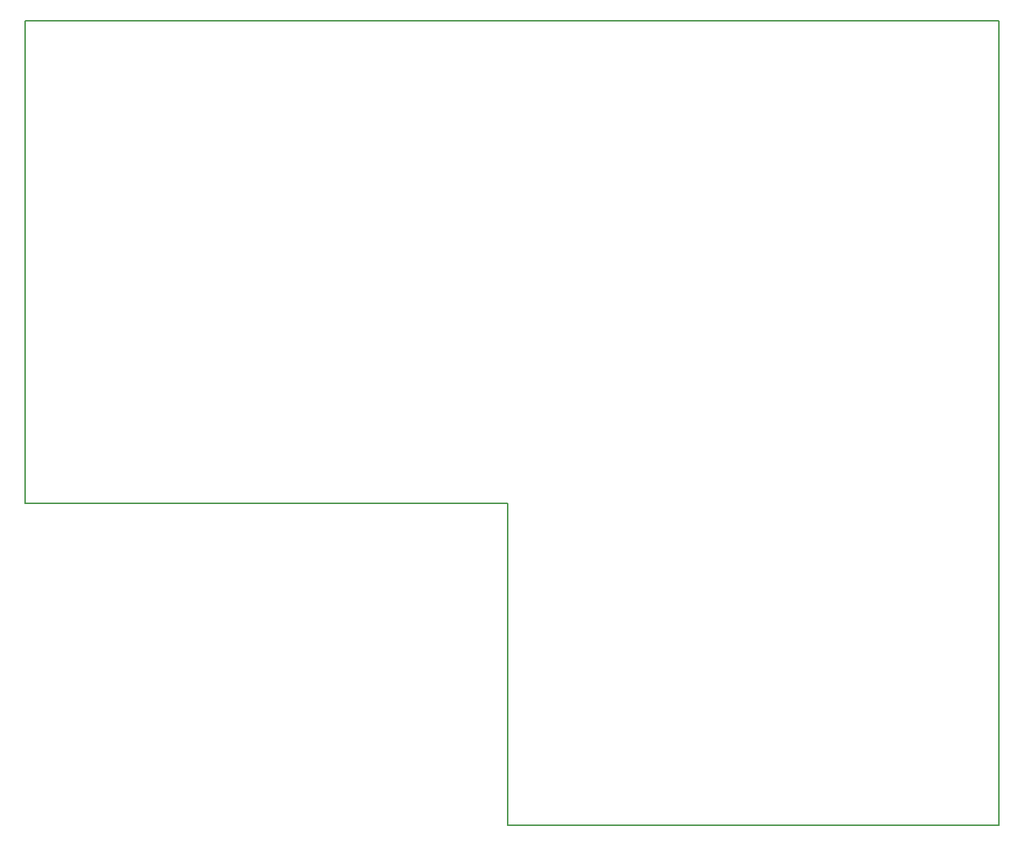
<source format=gbr>
%TF.GenerationSoftware,KiCad,Pcbnew,9.0.4*%
%TF.CreationDate,2025-09-30T09:24:18+02:00*%
%TF.ProjectId,left-finished,6c656674-2d66-4696-9e69-736865642e6b,v1.0.0*%
%TF.SameCoordinates,Original*%
%TF.FileFunction,Profile,NP*%
%FSLAX46Y46*%
G04 Gerber Fmt 4.6, Leading zero omitted, Abs format (unit mm)*
G04 Created by KiCad (PCBNEW 9.0.4) date 2025-09-30 09:24:18*
%MOMM*%
%LPD*%
G01*
G04 APERTURE LIST*
%TA.AperFunction,Profile*%
%ADD10C,0.150000*%
%TD*%
G04 APERTURE END LIST*
D10*
X147000000Y-159500000D02*
X205000000Y-159500000D01*
X205000000Y-159500000D02*
X205000000Y-64500000D01*
X147000000Y-121500000D02*
X147000000Y-159500000D01*
X90000000Y-64500000D02*
X205000000Y-64500000D01*
X90000000Y-121500000D02*
X147000000Y-121500000D01*
X90000000Y-64500000D02*
X90000000Y-121500000D01*
M02*

</source>
